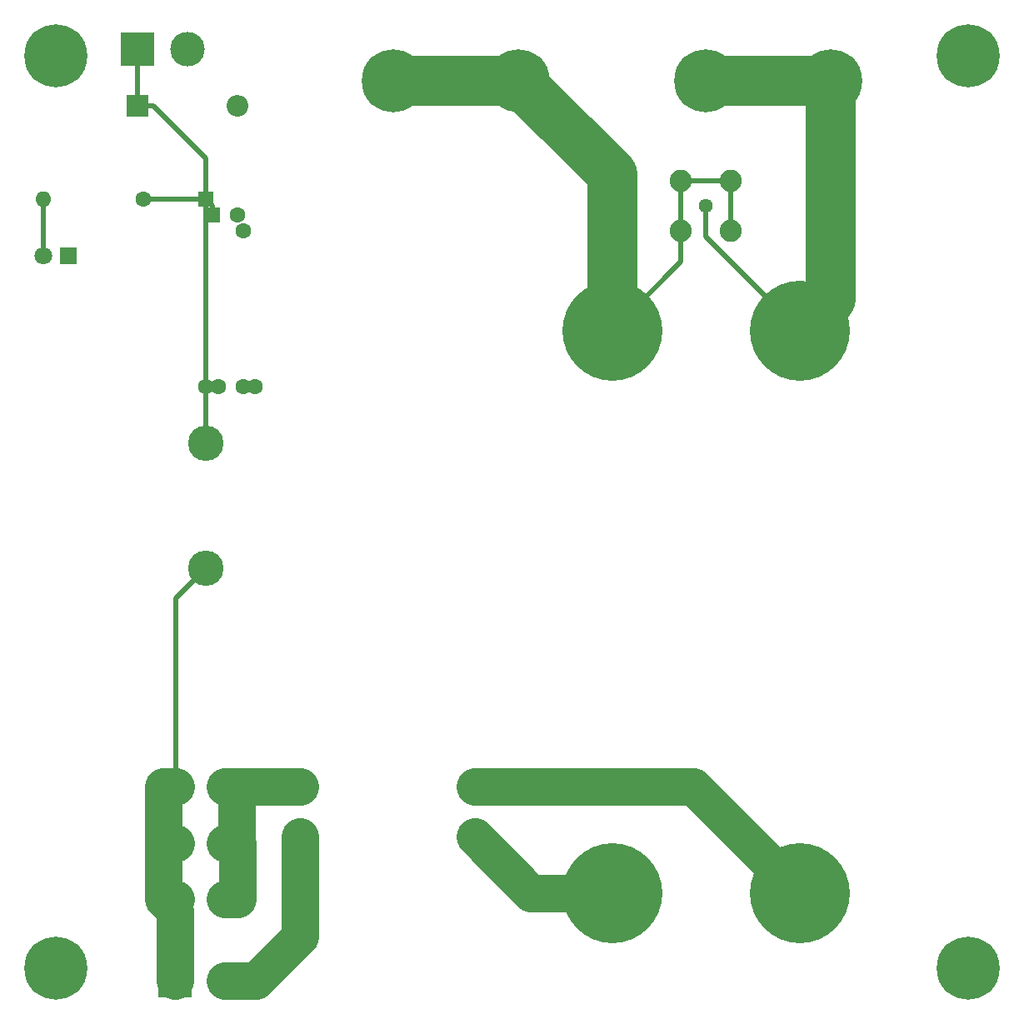
<source format=gbr>
G04 #@! TF.GenerationSoftware,KiCad,Pcbnew,5.0.2-bee76a0~70~ubuntu16.04.1*
G04 #@! TF.CreationDate,2021-05-08T15:12:51-07:00*
G04 #@! TF.ProjectId,simple-switching-network,73696d70-6c65-42d7-9377-69746368696e,rev?*
G04 #@! TF.SameCoordinates,Original*
G04 #@! TF.FileFunction,Copper,L1,Top*
G04 #@! TF.FilePolarity,Positive*
%FSLAX46Y46*%
G04 Gerber Fmt 4.6, Leading zero omitted, Abs format (unit mm)*
G04 Created by KiCad (PCBNEW 5.0.2-bee76a0~70~ubuntu16.04.1) date Sat 08 May 2021 03:12:51 PM PDT*
%MOMM*%
%LPD*%
G01*
G04 APERTURE LIST*
G04 #@! TA.AperFunction,ComponentPad*
%ADD10C,3.556000*%
G04 #@! TD*
G04 #@! TA.AperFunction,ComponentPad*
%ADD11C,1.600000*%
G04 #@! TD*
G04 #@! TA.AperFunction,ComponentPad*
%ADD12R,1.600000X1.600000*%
G04 #@! TD*
G04 #@! TA.AperFunction,ComponentPad*
%ADD13R,1.800000X1.800000*%
G04 #@! TD*
G04 #@! TA.AperFunction,ComponentPad*
%ADD14C,1.800000*%
G04 #@! TD*
G04 #@! TA.AperFunction,ComponentPad*
%ADD15R,2.200000X2.200000*%
G04 #@! TD*
G04 #@! TA.AperFunction,ComponentPad*
%ADD16O,2.200000X2.200000*%
G04 #@! TD*
G04 #@! TA.AperFunction,ComponentPad*
%ADD17R,3.500120X3.500120*%
G04 #@! TD*
G04 #@! TA.AperFunction,ComponentPad*
%ADD18C,3.500120*%
G04 #@! TD*
G04 #@! TA.AperFunction,ComponentPad*
%ADD19C,10.160000*%
G04 #@! TD*
G04 #@! TA.AperFunction,ComponentPad*
%ADD20C,1.440000*%
G04 #@! TD*
G04 #@! TA.AperFunction,ComponentPad*
%ADD21C,2.250000*%
G04 #@! TD*
G04 #@! TA.AperFunction,ComponentPad*
%ADD22C,3.600000*%
G04 #@! TD*
G04 #@! TA.AperFunction,ComponentPad*
%ADD23O,1.600000X1.600000*%
G04 #@! TD*
G04 #@! TA.AperFunction,ComponentPad*
%ADD24C,6.400000*%
G04 #@! TD*
G04 #@! TA.AperFunction,Conductor*
%ADD25C,3.810000*%
G04 #@! TD*
G04 #@! TA.AperFunction,Conductor*
%ADD26C,0.508000*%
G04 #@! TD*
G04 #@! TA.AperFunction,Conductor*
%ADD27C,2.540000*%
G04 #@! TD*
G04 #@! TA.AperFunction,Conductor*
%ADD28C,5.080000*%
G04 #@! TD*
G04 APERTURE END LIST*
D10*
G04 #@! TO.P,L2,1*
G04 #@! TO.N,Net-(J2-Pad1)*
X109855000Y-135255000D03*
G04 #@! TO.P,L2,2*
G04 #@! TO.N,Net-(C1-Pad1)*
X92075000Y-135255000D03*
G04 #@! TO.P,L2,4*
G04 #@! TO.N,Net-(C4-Pad2)*
X92075000Y-140335000D03*
G04 #@! TO.P,L2,3*
G04 #@! TO.N,Net-(J2-Pad2)*
X109855000Y-140335000D03*
G04 #@! TD*
D11*
G04 #@! TO.P,C1,2*
G04 #@! TO.N,Net-(C1-Pad2)*
X78205000Y-140970000D03*
G04 #@! TO.P,C1,1*
G04 #@! TO.N,Net-(C1-Pad1)*
X85705000Y-140970000D03*
G04 #@! TO.P,C1,2*
G04 #@! TO.N,Net-(C1-Pad2)*
X79455000Y-140970000D03*
G04 #@! TO.P,C1,1*
G04 #@! TO.N,Net-(C1-Pad1)*
X84455000Y-140970000D03*
G04 #@! TD*
G04 #@! TO.P,C2,1*
G04 #@! TO.N,Net-(C1-Pad1)*
X84455000Y-135255000D03*
G04 #@! TO.P,C2,2*
G04 #@! TO.N,Net-(C1-Pad2)*
X79455000Y-135255000D03*
G04 #@! TO.P,C2,1*
G04 #@! TO.N,Net-(C1-Pad1)*
X85705000Y-135255000D03*
G04 #@! TO.P,C2,2*
G04 #@! TO.N,Net-(C1-Pad2)*
X78205000Y-135255000D03*
G04 #@! TD*
G04 #@! TO.P,C3,1*
G04 #@! TO.N,Net-(C1-Pad1)*
X84475000Y-146685000D03*
G04 #@! TO.P,C3,2*
G04 #@! TO.N,Net-(C1-Pad2)*
X79475000Y-146685000D03*
G04 #@! TO.P,C3,1*
G04 #@! TO.N,Net-(C1-Pad1)*
X85725000Y-146685000D03*
G04 #@! TO.P,C3,2*
G04 #@! TO.N,Net-(C1-Pad2)*
X78225000Y-146685000D03*
G04 #@! TD*
D12*
G04 #@! TO.P,C4,1*
G04 #@! TO.N,Net-(C4-Pad1)*
X83220937Y-77165000D03*
D11*
G04 #@! TO.P,C4,2*
G04 #@! TO.N,Net-(C4-Pad2)*
X85720937Y-77165000D03*
D12*
G04 #@! TO.P,C4,1*
G04 #@! TO.N,Net-(C4-Pad1)*
X82550000Y-75565000D03*
D11*
G04 #@! TO.P,C4,2*
G04 #@! TO.N,Net-(C4-Pad2)*
X86391874Y-78765000D03*
G04 #@! TD*
G04 #@! TO.P,C5,1*
G04 #@! TO.N,Net-(C4-Pad2)*
X86320000Y-94615000D03*
G04 #@! TO.P,C5,2*
G04 #@! TO.N,Net-(C4-Pad1)*
X83820000Y-94615000D03*
G04 #@! TO.P,C5,1*
G04 #@! TO.N,Net-(C4-Pad2)*
X87570000Y-94615000D03*
G04 #@! TO.P,C5,2*
G04 #@! TO.N,Net-(C4-Pad1)*
X82570000Y-94615000D03*
G04 #@! TD*
D13*
G04 #@! TO.P,D1,1*
G04 #@! TO.N,Net-(C4-Pad2)*
X68580000Y-81280000D03*
D14*
G04 #@! TO.P,D1,2*
G04 #@! TO.N,Net-(D1-Pad2)*
X66040000Y-81280000D03*
G04 #@! TD*
D15*
G04 #@! TO.P,D2,1*
G04 #@! TO.N,Net-(C4-Pad1)*
X75565000Y-66040000D03*
D16*
G04 #@! TO.P,D2,2*
G04 #@! TO.N,Net-(C4-Pad2)*
X85725000Y-66040000D03*
G04 #@! TD*
D17*
G04 #@! TO.P,J1,1*
G04 #@! TO.N,Net-(C1-Pad2)*
X79375000Y-154940000D03*
D18*
G04 #@! TO.P,J1,2*
G04 #@! TO.N,Net-(C4-Pad2)*
X84455000Y-154940000D03*
G04 #@! TD*
D19*
G04 #@! TO.P,J2,1*
G04 #@! TO.N,Net-(J2-Pad1)*
X142875000Y-146050000D03*
G04 #@! TO.P,J2,2*
G04 #@! TO.N,Net-(J2-Pad2)*
X123825000Y-146050000D03*
G04 #@! TO.P,J2,3*
G04 #@! TO.N,Net-(J2-Pad3)*
X142875000Y-88900000D03*
G04 #@! TO.P,J2,4*
G04 #@! TO.N,Net-(J2-Pad4)*
X123825000Y-88900000D03*
G04 #@! TD*
D20*
G04 #@! TO.P,J3,1*
G04 #@! TO.N,Net-(J2-Pad3)*
X133350000Y-76200000D03*
D21*
G04 #@! TO.P,J3,2*
G04 #@! TO.N,Net-(J2-Pad4)*
X135890000Y-78740000D03*
X135890000Y-73660000D03*
X130810000Y-73660000D03*
X130810000Y-78740000D03*
G04 #@! TD*
D18*
G04 #@! TO.P,J4,2*
G04 #@! TO.N,Net-(C4-Pad2)*
X80645000Y-60325000D03*
D17*
G04 #@! TO.P,J4,1*
G04 #@! TO.N,Net-(C4-Pad1)*
X75565000Y-60325000D03*
G04 #@! TD*
D22*
G04 #@! TO.P,L1,1*
G04 #@! TO.N,Net-(C1-Pad2)*
X82550000Y-113030000D03*
G04 #@! TO.P,L1,2*
G04 #@! TO.N,Net-(C4-Pad1)*
X82550000Y-100330000D03*
G04 #@! TD*
D11*
G04 #@! TO.P,R1,1*
G04 #@! TO.N,Net-(C4-Pad1)*
X76200000Y-75565000D03*
D23*
G04 #@! TO.P,R1,2*
G04 #@! TO.N,Net-(D1-Pad2)*
X66040000Y-75565000D03*
G04 #@! TD*
D24*
G04 #@! TO.P,TP1,1*
G04 #@! TO.N,Net-(J2-Pad3)*
X146050000Y-63500000D03*
G04 #@! TD*
G04 #@! TO.P,TP2,1*
G04 #@! TO.N,Net-(J2-Pad4)*
X101600000Y-63500000D03*
G04 #@! TD*
G04 #@! TO.P,TP3,1*
G04 #@! TO.N,Net-(J2-Pad3)*
X133350000Y-63500000D03*
G04 #@! TD*
G04 #@! TO.P,TP4,1*
G04 #@! TO.N,Net-(J2-Pad4)*
X114300000Y-63500000D03*
G04 #@! TD*
G04 #@! TO.P,TP5,1*
G04 #@! TO.N,Net-(C4-Pad2)*
X67310000Y-60960000D03*
G04 #@! TD*
G04 #@! TO.P,TP6,1*
G04 #@! TO.N,Net-(C4-Pad2)*
X67310000Y-153670000D03*
G04 #@! TD*
G04 #@! TO.P,TP7,1*
G04 #@! TO.N,Net-(C4-Pad2)*
X160020000Y-60960000D03*
G04 #@! TD*
G04 #@! TO.P,TP8,1*
G04 #@! TO.N,Net-(C4-Pad2)*
X160020000Y-153670000D03*
G04 #@! TD*
D25*
G04 #@! TO.N,Net-(C1-Pad2)*
X79375000Y-147835000D02*
X78225000Y-146685000D01*
X79375000Y-154940000D02*
X79375000Y-147835000D01*
X78225000Y-140990000D02*
X78205000Y-140970000D01*
X78225000Y-146685000D02*
X78225000Y-140990000D01*
X78205000Y-140970000D02*
X78205000Y-135255000D01*
X79455000Y-135255000D02*
X78205000Y-135255000D01*
X79455000Y-140970000D02*
X78205000Y-140970000D01*
X79475000Y-146685000D02*
X78225000Y-146685000D01*
D26*
X79455000Y-116125000D02*
X82550000Y-113030000D01*
X79455000Y-135255000D02*
X79455000Y-116125000D01*
D27*
G04 #@! TO.N,Net-(C1-Pad1)*
X84455000Y-135255000D02*
X85705000Y-135255000D01*
D25*
X92075000Y-135255000D02*
X84455000Y-135255000D01*
X85725000Y-140990000D02*
X85705000Y-140970000D01*
X85725000Y-146685000D02*
X85725000Y-140990000D01*
X85705000Y-140970000D02*
X85705000Y-135255000D01*
X84475000Y-146685000D02*
X85725000Y-146685000D01*
X84455000Y-140970000D02*
X85705000Y-140970000D01*
D26*
G04 #@! TO.N,Net-(C4-Pad1)*
X82550000Y-75565000D02*
X76200000Y-75565000D01*
X83220937Y-76235937D02*
X82550000Y-75565000D01*
X83220937Y-77165000D02*
X83220937Y-76235937D01*
X82550000Y-94635000D02*
X82570000Y-94615000D01*
X82550000Y-100330000D02*
X82550000Y-94635000D01*
X82570000Y-94615000D02*
X83820000Y-94615000D01*
X82570000Y-77815937D02*
X83220937Y-77165000D01*
X82550000Y-78085000D02*
X82570000Y-78105000D01*
X82550000Y-75565000D02*
X82550000Y-78085000D01*
X82570000Y-78105000D02*
X82570000Y-77815937D01*
X82570000Y-94615000D02*
X82570000Y-78105000D01*
X75565000Y-60325000D02*
X75565000Y-66040000D01*
X77173000Y-66040000D02*
X75565000Y-66040000D01*
X82550000Y-71417000D02*
X77173000Y-66040000D01*
X82550000Y-75565000D02*
X82550000Y-71417000D01*
D25*
G04 #@! TO.N,Net-(C4-Pad2)*
X87630000Y-154940000D02*
X84455000Y-154940000D01*
X92075000Y-150495000D02*
X87630000Y-154940000D01*
X92075000Y-140335000D02*
X92075000Y-150495000D01*
D26*
G04 #@! TO.N,Net-(D1-Pad2)*
X66040000Y-81280000D02*
X66040000Y-75565000D01*
D25*
G04 #@! TO.N,Net-(J2-Pad1)*
X132080000Y-135255000D02*
X142875000Y-146050000D01*
X109855000Y-135255000D02*
X132080000Y-135255000D01*
G04 #@! TO.N,Net-(J2-Pad2)*
X115570000Y-146050000D02*
X123825000Y-146050000D01*
X109855000Y-140335000D02*
X115570000Y-146050000D01*
D26*
G04 #@! TO.N,Net-(J2-Pad3)*
X133350000Y-79375000D02*
X142875000Y-88900000D01*
X133350000Y-76200000D02*
X133350000Y-79375000D01*
D28*
X133350000Y-63500000D02*
X146050000Y-63500000D01*
X146050000Y-85725000D02*
X142875000Y-88900000D01*
X146050000Y-63500000D02*
X146050000Y-85725000D01*
D26*
G04 #@! TO.N,Net-(J2-Pad4)*
X135890000Y-78740000D02*
X135890000Y-73660000D01*
X135890000Y-73660000D02*
X130810000Y-73660000D01*
X130810000Y-73660000D02*
X130810000Y-78740000D01*
X130810000Y-81915000D02*
X123825000Y-88900000D01*
X130810000Y-78740000D02*
X130810000Y-81915000D01*
D28*
X123825000Y-73025000D02*
X114300000Y-63500000D01*
X123825000Y-88900000D02*
X123825000Y-73025000D01*
X114300000Y-63500000D02*
X101600000Y-63500000D01*
G04 #@! TD*
M02*

</source>
